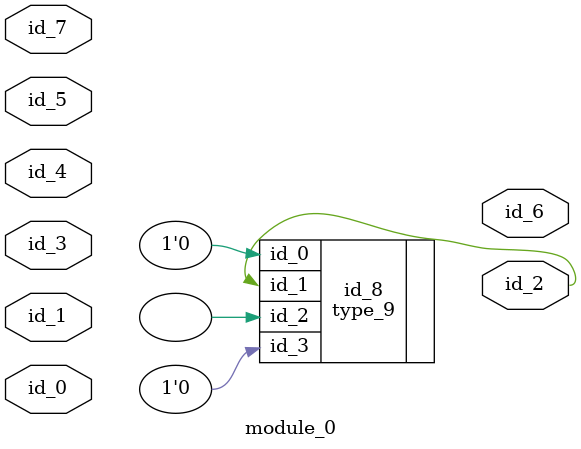
<source format=v>
`timescale 1ps / 1ps
module module_0 (
    input  id_0,
    input  id_1,
    output id_2,
    input  id_3,
    input  id_4,
    input  id_5,
    output id_6,
    input  id_7
);
  type_9 id_8 (
      .id_0(1'h0),
      .id_1(id_2),
      .id_2(),
      .id_3(!1)
  );
  assign id_6[1] = id_1;
endmodule

</source>
